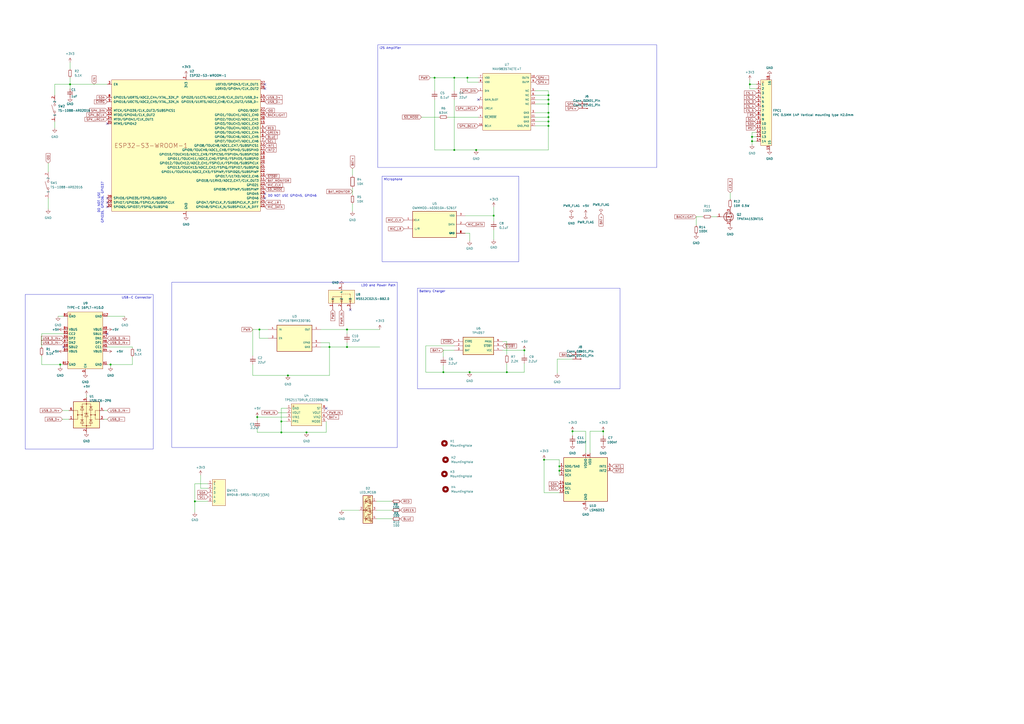
<source format=kicad_sch>
(kicad_sch (version 20250114) (generator "eeschema") (generator_version "9.0")
  (paper "A2")
  (text "DO NOT USE GPIO45, GPIO46" (at 169.545 113.665 0) (effects (font (size 1.27 1.27))))
  (text "DO NOT USE\nGPIO35, GPIO36, GPIO37" (at 58.42 117.475 90) (effects (font (size 1.27 1.27))))
  (text_box "Microphone" (at 221.615 102.235 0) (size 79.375 49.53) (margins 0.9525 0.9525 0.9525 0.9525) (effects (font (size 1.27 1.27)) (justify left top)))
  (text_box "LDO and Power Path" (at 99.695 163.703 0) (size 130.81 95.885) (margins 0.9525 0.9525 0.9525 0.9525) (effects (font (size 1.27 1.27)) (justify right top)))
  (text_box "USB-C Connector" (at 14.605 170.815 0) (size 74.295 89.662) (margins 0.9525 0.9525 0.9525 0.9525) (effects (font (size 1.27 1.27)) (justify right top)))
  (text_box "Battery Charger" (at 242.189 167.132 0) (size 117.475 58.42) (margins 0.9525 0.9525 0.9525 0.9525) (effects (font (size 1.27 1.27)) (justify left top)))
  (text_box "I2S Amplifier" (at 219.075 26.035 0) (size 161.925 71.12) (margins 0.9525 0.9525 0.9525 0.9525) (effects (font (size 1.27 1.27)) (justify left top)))
  (junction (at 318.135 65.405))
  (junction (at 150.495 191.135))
  (junction (at 324.485 270.51))
  (junction (at 318.135 67.945))
  (junction (at 40.64 48.895))
  (junction (at 252.095 45.085))
  (junction (at 324.485 273.05))
  (junction (at 34.925 211.455))
  (junction (at 263.525 86.995))
  (junction (at 64.135 211.455))
  (junction (at 263.525 45.085))
  (junction (at 257.175 215.9))
  (junction (at 177.8 250.825))
  (junction (at 163.195 250.825))
  (junction (at 332.105 250.19))
  (junction (at 276.225 86.995))
  (junction (at 304.165 203.2))
  (junction (at 271.145 45.085))
  (junction (at 201.295 201.295))
  (junction (at 272.415 215.9))
  (junction (at 318.135 70.485))
  (junction (at 149.225 241.935))
  (junction (at 113.03 290.83))
  (junction (at 318.135 55.245))
  (junction (at 294.005 215.9))
  (junction (at 315.595 266.7))
  (junction (at 436.245 81.915))
  (junction (at 318.135 57.785))
  (junction (at 163.195 244.475))
  (junction (at 167.005 217.805))
  (junction (at 191.135 201.295))
  (junction (at 201.295 191.135))
  (junction (at 349.885 250.19))
  (junction (at 318.135 73.025))
  (junction (at 318.135 60.325))
  (junction (at 436.245 79.375))
  (junction (at 286.385 125.095))
  (junction (at 434.975 48.895))
  (no_connect (at 153.67 51.435))
  (no_connect (at 189.23 236.855))
  (no_connect (at 153.67 112.395))
  (no_connect (at 62.23 117.475))
  (no_connect (at 62.23 120.015))
  (no_connect (at 62.23 114.935))
  (no_connect (at 277.495 57.785))
  (no_connect (at 153.67 48.895))
  (no_connect (at 203.2 179.705))
  (no_connect (at 153.67 114.935))
  (no_connect (at 62.23 193.675))
  (no_connect (at 62.23 71.755))
  (no_connect (at 36.83 201.295))
  (wire (pts (xy 315.595 266.7) (xy 315.595 285.75)))
  (wire (pts (xy 434.975 48.895) (xy 438.785 48.895)))
  (wire (pts (xy 291.465 198.12) (xy 294.005 198.12)))
  (wire (pts (xy 247.015 215.9) (xy 257.175 215.9)))
  (wire (pts (xy 272.415 135.255) (xy 272.415 139.7)))
  (wire (pts (xy 310.515 70.485) (xy 318.135 70.485)))
  (wire (pts (xy 434.975 48.895) (xy 434.975 51.435)))
  (wire (pts (xy 113.03 280.67) (xy 120.65 280.67)))
  (wire (pts (xy 271.145 45.085) (xy 263.525 45.085)))
  (wire (pts (xy 204.47 97.79) (xy 204.47 101.6)))
  (wire (pts (xy 436.245 79.375) (xy 436.245 81.915)))
  (wire (pts (xy 24.13 206.375) (xy 24.13 211.455)))
  (wire (pts (xy 412.75 125.73) (xy 415.925 125.73)))
  (wire (pts (xy 150.495 196.215) (xy 150.495 191.135)))
  (wire (pts (xy 31.75 70.485) (xy 31.75 74.295)))
  (wire (pts (xy 310.515 57.785) (xy 318.135 57.785)))
  (wire (pts (xy 24.13 211.455) (xy 34.925 211.455)))
  (wire (pts (xy 149.225 250.825) (xy 163.195 250.825)))
  (wire (pts (xy 163.195 250.825) (xy 177.8 250.825)))
  (wire (pts (xy 315.595 266.7) (xy 324.485 266.7)))
  (wire (pts (xy 186.055 191.135) (xy 201.295 191.135)))
  (wire (pts (xy 40.64 36.195) (xy 40.64 40.005)))
  (wire (pts (xy 201.295 201.295) (xy 220.345 201.295)))
  (wire (pts (xy 113.03 290.83) (xy 113.03 297.18)))
  (wire (pts (xy 434.975 51.435) (xy 438.785 51.435)))
  (wire (pts (xy 218.44 290.83) (xy 227.33 290.83)))
  (wire (pts (xy 149.225 248.92) (xy 149.225 250.825)))
  (wire (pts (xy 436.245 81.915) (xy 438.785 81.915)))
  (wire (pts (xy 34.925 211.455) (xy 36.83 211.455)))
  (wire (pts (xy 34.925 211.455) (xy 34.925 212.725)))
  (wire (pts (xy 189.23 244.475) (xy 189.23 250.825)))
  (wire (pts (xy 252.095 45.085) (xy 249.555 45.085)))
  (wire (pts (xy 27.94 114.935) (xy 27.94 121.285)))
  (wire (pts (xy 310.515 55.245) (xy 318.135 55.245)))
  (wire (pts (xy 163.195 244.475) (xy 166.37 244.475)))
  (wire (pts (xy 40.64 45.085) (xy 40.64 48.895)))
  (wire (pts (xy 40.64 48.895) (xy 62.23 48.895)))
  (wire (pts (xy 24.13 193.675) (xy 36.83 193.675)))
  (wire (pts (xy 324.485 270.51) (xy 324.485 273.05)))
  (wire (pts (xy 436.245 76.835) (xy 438.785 76.835)))
  (wire (pts (xy 33.655 183.515) (xy 36.83 183.515)))
  (wire (pts (xy 318.135 55.245) (xy 318.135 57.785)))
  (wire (pts (xy 342.265 250.19) (xy 349.885 250.19)))
  (wire (pts (xy 332.105 250.19) (xy 332.105 252.73)))
  (wire (pts (xy 208.28 295.91) (xy 198.12 295.91)))
  (wire (pts (xy 324.485 273.05) (xy 324.485 275.59)))
  (wire (pts (xy 150.495 191.135) (xy 155.575 191.135)))
  (wire (pts (xy 204.47 109.22) (xy 204.47 113.03)))
  (wire (pts (xy 244.475 67.945) (xy 254.635 67.945)))
  (wire (pts (xy 64.135 211.455) (xy 64.135 212.725)))
  (wire (pts (xy 31.75 48.895) (xy 31.75 55.245)))
  (wire (pts (xy 163.195 236.855) (xy 166.37 236.855)))
  (wire (pts (xy 257.175 215.9) (xy 272.415 215.9)))
  (wire (pts (xy 163.195 236.855) (xy 163.195 244.475)))
  (wire (pts (xy 252.095 45.085) (xy 252.095 52.705)))
  (wire (pts (xy 201.295 198.755) (xy 201.295 201.295)))
  (wire (pts (xy 323.215 208.28) (xy 323.215 216.535)))
  (wire (pts (xy 201.295 191.135) (xy 220.345 191.135)))
  (wire (pts (xy 60.325 243.205) (xy 62.23 243.205)))
  (wire (pts (xy 186.055 198.755) (xy 191.135 198.755)))
  (wire (pts (xy 76.835 201.295) (xy 76.835 201.93)))
  (wire (pts (xy 149.225 241.935) (xy 166.37 241.935)))
  (wire (pts (xy 252.095 86.995) (xy 263.525 86.995)))
  (wire (pts (xy 318.135 73.025) (xy 318.135 86.995)))
  (wire (pts (xy 318.135 57.785) (xy 318.135 60.325)))
  (wire (pts (xy 27.94 94.615) (xy 27.94 99.695)))
  (wire (pts (xy 155.575 196.215) (xy 150.495 196.215)))
  (wire (pts (xy 62.23 183.515) (xy 72.39 183.515)))
  (wire (pts (xy 310.515 60.325) (xy 318.135 60.325)))
  (wire (pts (xy 247.015 200.66) (xy 247.015 215.9)))
  (wire (pts (xy 36.195 243.205) (xy 40.005 243.205)))
  (wire (pts (xy 146.685 191.135) (xy 150.495 191.135)))
  (wire (pts (xy 263.525 86.995) (xy 276.225 86.995)))
  (wire (pts (xy 64.135 211.455) (xy 76.835 211.455)))
  (wire (pts (xy 204.47 118.11) (xy 204.47 122.555)))
  (wire (pts (xy 149.225 241.935) (xy 149.225 243.84)))
  (wire (pts (xy 146.685 191.135) (xy 146.685 206.375)))
  (wire (pts (xy 257.175 212.09) (xy 257.175 215.9)))
  (wire (pts (xy 294.005 210.82) (xy 294.005 215.9)))
  (wire (pts (xy 286.385 125.095) (xy 286.385 128.27)))
  (wire (pts (xy 146.685 217.805) (xy 167.005 217.805)))
  (wire (pts (xy 24.13 193.675) (xy 24.13 201.295)))
  (wire (pts (xy 318.135 60.325) (xy 318.135 65.405)))
  (wire (pts (xy 277.495 47.625) (xy 271.145 47.625)))
  (wire (pts (xy 116.332 275.59) (xy 116.332 283.21)))
  (wire (pts (xy 318.135 52.705) (xy 318.135 55.245)))
  (wire (pts (xy 310.515 65.405) (xy 318.135 65.405)))
  (wire (pts (xy 294.005 215.9) (xy 304.165 215.9)))
  (wire (pts (xy 76.835 207.01) (xy 76.835 211.455)))
  (wire (pts (xy 324.485 266.7) (xy 324.485 270.51)))
  (wire (pts (xy 113.03 290.83) (xy 120.65 290.83)))
  (wire (pts (xy 294.005 198.12) (xy 294.005 205.74)))
  (wire (pts (xy 218.44 300.99) (xy 227.33 300.99)))
  (wire (pts (xy 271.145 47.625) (xy 271.145 45.085)))
  (wire (pts (xy 291.465 203.2) (xy 304.165 203.2)))
  (wire (pts (xy 269.875 135.255) (xy 272.415 135.255)))
  (wire (pts (xy 263.525 45.085) (xy 263.525 52.705)))
  (wire (pts (xy 436.245 76.835) (xy 436.245 79.375)))
  (wire (pts (xy 269.875 125.095) (xy 286.385 125.095)))
  (wire (pts (xy 161.29 239.395) (xy 166.37 239.395)))
  (wire (pts (xy 263.525 57.785) (xy 263.525 86.995)))
  (wire (pts (xy 434.975 46.355) (xy 434.975 48.895)))
  (wire (pts (xy 310.515 73.025) (xy 318.135 73.025)))
  (wire (pts (xy 339.725 250.19) (xy 339.725 262.89)))
  (wire (pts (xy 272.415 215.9) (xy 294.005 215.9)))
  (wire (pts (xy 315.595 285.75) (xy 324.485 285.75)))
  (wire (pts (xy 323.215 208.28) (xy 332.105 208.28)))
  (wire (pts (xy 227.33 295.91) (xy 218.44 295.91)))
  (wire (pts (xy 146.685 211.455) (xy 146.685 217.805)))
  (wire (pts (xy 252.095 45.085) (xy 263.525 45.085)))
  (wire (pts (xy 163.195 244.475) (xy 163.195 250.825)))
  (wire (pts (xy 304.165 203.2) (xy 304.165 205.74)))
  (wire (pts (xy 60.325 238.125) (xy 62.23 238.125)))
  (wire (pts (xy 318.135 70.485) (xy 318.135 73.025)))
  (wire (pts (xy 201.295 191.135) (xy 201.295 193.675)))
  (wire (pts (xy 247.015 200.66) (xy 263.525 200.66)))
  (wire (pts (xy 318.135 65.405) (xy 318.135 67.945)))
  (wire (pts (xy 436.245 79.375) (xy 438.785 79.375)))
  (wire (pts (xy 318.135 67.945) (xy 318.135 70.485)))
  (wire (pts (xy 286.385 120.015) (xy 286.385 125.095)))
  (wire (pts (xy 286.385 133.35) (xy 286.385 139.065)))
  (wire (pts (xy 403.86 125.73) (xy 403.86 130.81)))
  (wire (pts (xy 50.165 229.235) (xy 50.165 230.505)))
  (wire (pts (xy 113.03 280.67) (xy 113.03 290.83)))
  (wire (pts (xy 310.515 52.705) (xy 318.135 52.705)))
  (wire (pts (xy 116.332 283.21) (xy 120.65 283.21)))
  (wire (pts (xy 191.135 217.805) (xy 167.005 217.805)))
  (wire (pts (xy 62.23 201.295) (xy 76.835 201.295)))
  (wire (pts (xy 349.885 250.19) (xy 349.885 252.73)))
  (wire (pts (xy 31.75 48.895) (xy 40.64 48.895)))
  (wire (pts (xy 191.135 198.755) (xy 191.135 201.295)))
  (wire (pts (xy 257.175 203.2) (xy 257.175 207.01)))
  (wire (pts (xy 304.165 215.9) (xy 304.165 210.82)))
  (wire (pts (xy 318.135 86.995) (xy 276.225 86.995)))
  (wire (pts (xy 40.64 48.895) (xy 40.64 51.435)))
  (wire (pts (xy 436.245 81.915) (xy 436.245 83.82)))
  (wire (pts (xy 201.295 201.295) (xy 191.135 201.295)))
  (wire (pts (xy 191.135 201.295) (xy 191.135 217.805)))
  (wire (pts (xy 177.8 250.825) (xy 189.23 250.825)))
  (wire (pts (xy 259.715 67.945) (xy 277.495 67.945)))
  (wire (pts (xy 36.195 238.125) (xy 40.005 238.125)))
  (wire (pts (xy 310.515 67.945) (xy 318.135 67.945)))
  (wire (pts (xy 423.545 111.76) (xy 423.545 115.57)))
  (wire (pts (xy 252.095 57.785) (xy 252.095 86.995)))
  (wire (pts (xy 403.86 125.73) (xy 407.67 125.73)))
  (wire (pts (xy 277.495 45.085) (xy 271.145 45.085)))
  (wire (pts (xy 191.135 201.295) (xy 186.055 201.295)))
  (wire (pts (xy 332.105 250.19) (xy 339.725 250.19)))
  (wire (pts (xy 62.23 211.455) (xy 64.135 211.455)))
  (wire (pts (xy 342.265 250.19) (xy 342.265 262.89)))
  (wire (pts (xy 263.525 203.2) (xy 257.175 203.2)))
  (global_label "SCL" (shape input) (at 324.485 283.21 180) (property "Intersheetrefs" "${INTERSHEET_REFS}" (effects (hide yes))))
  (global_label "CS_3" (shape input) (at 438.785 59.055 180) (property "Intersheetrefs" "${INTERSHEET_REFS}" (effects (hide yes))))
  (global_label "MIC_CLK" (shape input) (at 153.67 107.315 0) (property "Intersheetrefs" "${INTERSHEET_REFS}" (effects (hide yes))))
  (global_label "~{STDBY}" (shape input) (at 291.465 200.66 0) (property "Intersheetrefs" "${INTERSHEET_REFS}" (effects (hide yes))))
  (global_label "~{SD_MODE}" (shape input) (at 153.67 109.855 0) (property "Intersheetrefs" "${INTERSHEET_REFS}" (effects (hide yes))))
  (global_label "SDA" (shape input) (at 438.785 71.755 180) (property "Intersheetrefs" "${INTERSHEET_REFS}" (effects (hide yes))))
  (global_label "BLUE" (shape input) (at 232.41 300.99 0) (property "Intersheetrefs" "${INTERSHEET_REFS}" (effects (hide yes))))
  (global_label "RS" (shape input) (at 438.785 66.675 180) (property "Intersheetrefs" "${INTERSHEET_REFS}" (effects (hide yes))))
  (global_label "BAT_MONITOR" (shape input) (at 153.67 104.775 0) (property "Intersheetrefs" "${INTERSHEET_REFS}" (effects (hide yes))))
  (global_label "MIC_CLK" (shape input) (at 234.315 127.635 180) (property "Intersheetrefs" "${INTERSHEET_REFS}" (effects (hide yes))))
  (global_label "USB_D+" (shape input) (at 153.67 56.515 0) (property "Intersheetrefs" "${INTERSHEET_REFS}" (effects (hide yes))))
  (global_label "SDA" (shape input) (at 62.23 56.515 180) (property "Intersheetrefs" "${INTERSHEET_REFS}" (effects (hide yes))))
  (global_label "EN" (shape input) (at 54.61 48.895 90) (property "Intersheetrefs" "${INTERSHEET_REFS}" (effects (hide yes))))
  (global_label "SPK-" (shape input) (at 335.915 60.325 180) (property "Intersheetrefs" "${INTERSHEET_REFS}" (effects (hide yes))))
  (global_label "INT2" (shape input) (at 153.67 86.995 0) (property "Intersheetrefs" "${INTERSHEET_REFS}" (effects (hide yes))))
  (global_label "BAT+" (shape input) (at 204.47 97.79 90) (property "Intersheetrefs" "${INTERSHEET_REFS}" (effects (hide yes))))
  (global_label "PWR_IN" (shape input) (at 161.29 239.395 180) (property "Intersheetrefs" "${INTERSHEET_REFS}" (effects (hide yes))))
  (global_label "PWR" (shape input) (at 193.04 179.705 270) (property "Intersheetrefs" "${INTERSHEET_REFS}" (effects (hide yes))))
  (global_label "BAT+" (shape input) (at 257.175 203.2 180) (property "Intersheetrefs" "${INTERSHEET_REFS}" (effects (hide yes))))
  (global_label "BLUE" (shape input) (at 153.67 79.375 0) (property "Intersheetrefs" "${INTERSHEET_REFS}" (effects (hide yes))))
  (global_label "USB_D_IN-" (shape input) (at 62.23 196.215 0) (property "Intersheetrefs" "${INTERSHEET_REFS}" (effects (hide yes))))
  (global_label "SPK_DIN" (shape input) (at 62.23 64.135 180) (property "Intersheetrefs" "${INTERSHEET_REFS}" (effects (hide yes))))
  (global_label "PWR_IN" (shape input) (at 198.12 179.705 270) (property "Intersheetrefs" "${INTERSHEET_REFS}" (effects (hide yes))))
  (global_label "MIC_DATA" (shape input) (at 269.875 130.175 0) (property "Intersheetrefs" "${INTERSHEET_REFS}" (effects (hide yes))))
  (global_label "MIC_DATA" (shape input) (at 153.67 120.015 0) (property "Intersheetrefs" "${INTERSHEET_REFS}" (effects (hide yes))))
  (global_label "BAT+" (shape input) (at 332.105 205.74 180) (property "Intersheetrefs" "${INTERSHEET_REFS}" (effects (hide yes))))
  (global_label "SPK-" (shape input) (at 310.515 45.085 0) (property "Intersheetrefs" "${INTERSHEET_REFS}" (effects (hide yes))))
  (global_label "CS_2" (shape input) (at 438.785 56.515 180) (property "Intersheetrefs" "${INTERSHEET_REFS}" (effects (hide yes))))
  (global_label "CS_4" (shape input) (at 438.785 61.595 180) (property "Intersheetrefs" "${INTERSHEET_REFS}" (effects (hide yes))))
  (global_label "RST" (shape input) (at 438.785 74.295 180) (property "Intersheetrefs" "${INTERSHEET_REFS}" (effects (hide yes))))
  (global_label "USB_D-" (shape input) (at 62.23 243.205 0) (property "Intersheetrefs" "${INTERSHEET_REFS}" (effects (hide yes))))
  (global_label "RED" (shape input) (at 232.41 290.83 0) (property "Intersheetrefs" "${INTERSHEET_REFS}" (effects (hide yes))))
  (global_label "USB_D_IN+" (shape input) (at 62.23 198.755 0) (property "Intersheetrefs" "${INTERSHEET_REFS}" (effects (hide yes))))
  (global_label "SCL" (shape input) (at 120.65 288.29 180) (property "Intersheetrefs" "${INTERSHEET_REFS}" (effects (hide yes))))
  (global_label "USB_D+" (shape input) (at 36.195 243.205 180) (property "Intersheetrefs" "${INTERSHEET_REFS}" (effects (hide yes))))
  (global_label "SCL" (shape input) (at 153.67 81.915 0) (property "Intersheetrefs" "${INTERSHEET_REFS}" (effects (hide yes))))
  (global_label "MIC_LR" (shape input) (at 234.315 132.715 180) (property "Intersheetrefs" "${INTERSHEET_REFS}" (effects (hide yes))))
  (global_label "USB_D_IN+" (shape input) (at 36.83 196.215 180) (property "Intersheetrefs" "${INTERSHEET_REFS}" (effects (hide yes))))
  (global_label "CS_1" (shape input) (at 438.785 53.975 180) (property "Intersheetrefs" "${INTERSHEET_REFS}" (effects (hide yes))))
  (global_label "PWR" (shape input) (at 249.555 45.085 180) (property "Intersheetrefs" "${INTERSHEET_REFS}" (effects (hide yes))))
  (global_label "~{SD_MODE}" (shape input) (at 244.475 67.945 180) (property "Intersheetrefs" "${INTERSHEET_REFS}" (effects (hide yes))))
  (global_label "SCL" (shape input) (at 438.785 69.215 180) (property "Intersheetrefs" "${INTERSHEET_REFS}" (effects (hide yes))))
  (global_label "BAT_MONITOR" (shape input) (at 204.47 111.125 180) (property "Intersheetrefs" "${INTERSHEET_REFS}" (effects (hide yes))))
  (global_label "RED" (shape input) (at 153.67 74.295 0) (property "Intersheetrefs" "${INTERSHEET_REFS}" (effects (hide yes))))
  (global_label "LED_K" (shape input) (at 423.545 111.76 90) (property "Intersheetrefs" "${INTERSHEET_REFS}" (effects (hide yes))))
  (global_label "GREEN" (shape input) (at 153.67 76.835 0) (property "Intersheetrefs" "${INTERSHEET_REFS}" (effects (hide yes))))
  (global_label "BACKLIGHT" (shape input) (at 403.86 125.73 180) (property "Intersheetrefs" "${INTERSHEET_REFS}" (effects (hide yes))))
  (global_label "SPK_LRCLK" (shape input) (at 62.23 69.215 180) (property "Intersheetrefs" "${INTERSHEET_REFS}" (effects (hide yes))))
  (global_label "BAT+" (shape input) (at 348.615 123.825 270) (property "Intersheetrefs" "${INTERSHEET_REFS}" (effects (hide yes))))
  (global_label "SPK_LRCLK" (shape input) (at 277.495 62.865 180) (property "Intersheetrefs" "${INTERSHEET_REFS}" (effects (hide yes))))
  (global_label "BACKLIGHT" (shape input) (at 153.67 66.675 0) (property "Intersheetrefs" "${INTERSHEET_REFS}" (effects (hide yes))))
  (global_label "INT2" (shape input) (at 354.965 273.05 0) (property "Intersheetrefs" "${INTERSHEET_REFS}" (effects (hide yes))))
  (global_label "SDA" (shape input) (at 120.65 285.75 180) (property "Intersheetrefs" "${INTERSHEET_REFS}" (effects (hide yes))))
  (global_label "SPK+" (shape input) (at 335.915 62.865 180) (property "Intersheetrefs" "${INTERSHEET_REFS}" (effects (hide yes))))
  (global_label "SPK_BCLK" (shape input) (at 277.495 73.025 180) (property "Intersheetrefs" "${INTERSHEET_REFS}" (effects (hide yes))))
  (global_label "INT1" (shape input) (at 153.67 84.455 0) (property "Intersheetrefs" "${INTERSHEET_REFS}" (effects (hide yes))))
  (global_label "SPK_BCLK" (shape input) (at 62.23 66.675 180) (property "Intersheetrefs" "${INTERSHEET_REFS}" (effects (hide yes))))
  (global_label "USB_D_IN+" (shape input) (at 36.195 238.125 180) (property "Intersheetrefs" "${INTERSHEET_REFS}" (effects (hide yes))))
  (global_label "MIC_LR" (shape input) (at 153.67 117.475 0) (property "Intersheetrefs" "${INTERSHEET_REFS}" (effects (hide yes))))
  (global_label "USB_D-" (shape input) (at 153.67 59.055 0) (property "Intersheetrefs" "${INTERSHEET_REFS}" (effects (hide yes))))
  (global_label "~{STDBY}" (shape input) (at 153.67 102.235 0) (property "Intersheetrefs" "${INTERSHEET_REFS}" (effects (hide yes))))
  (global_label "SPK+" (shape input) (at 310.515 47.625 0) (property "Intersheetrefs" "${INTERSHEET_REFS}" (effects (hide yes))))
  (global_label "SDA" (shape input) (at 324.485 280.67 180) (property "Intersheetrefs" "${INTERSHEET_REFS}" (effects (hide yes))))
  (global_label "PWR_IN" (shape input) (at 189.23 239.395 0) (property "Intersheetrefs" "${INTERSHEET_REFS}" (effects (hide yes))))
  (global_label "IO0" (shape input) (at 153.67 64.135 0) (property "Intersheetrefs" "${INTERSHEET_REFS}" (effects (hide yes))))
  (global_label "GREEN" (shape input) (at 232.41 295.91 0) (property "Intersheetrefs" "${INTERSHEET_REFS}" (effects (hide yes))))
  (global_label "USB_D_IN-" (shape input) (at 62.23 238.125 0) (property "Intersheetrefs" "${INTERSHEET_REFS}" (effects (hide yes))))
  (global_label "PWR" (shape input) (at 146.685 191.135 180) (property "Intersheetrefs" "${INTERSHEET_REFS}" (effects (hide yes))))
  (global_label "IO0" (shape input) (at 27.94 94.615 90) (property "Intersheetrefs" "${INTERSHEET_REFS}" (effects (hide yes))))
  (global_label "~{CHRG}" (shape input) (at 263.525 198.12 180) (property "Intersheetrefs" "${INTERSHEET_REFS}" (effects (hide yes))))
  (global_label "CS_5" (shape input) (at 438.785 64.135 180) (property "Intersheetrefs" "${INTERSHEET_REFS}" (effects (hide yes))))
  (global_label "SPK_DIN" (shape input) (at 277.495 52.705 180) (property "Intersheetrefs" "${INTERSHEET_REFS}" (effects (hide yes))))
  (global_label "BAT+" (shape input) (at 189.23 241.935 0) (property "Intersheetrefs" "${INTERSHEET_REFS}" (effects (hide yes))))
  (global_label "USB_D_IN-" (shape input) (at 36.83 198.755 180) (property "Intersheetrefs" "${INTERSHEET_REFS}" (effects (hide yes))))
  (global_label "~{CHRG}" (shape input) (at 62.23 59.055 180) (property "Intersheetrefs" "${INTERSHEET_REFS}" (effects (hide yes))))
  (global_label "INT1" (shape input) (at 354.965 270.51 0) (property "Intersheetrefs" "${INTERSHEET_REFS}" (effects (hide yes))))
  (symbol (lib_id "Device:R_Small") (at 423.545 118.11 0) (unit 1)
    (property "Reference" "R12" (at 425.45 116.84 0) (effects (justify left)))
    (property "Value" "10R 0.5W" (at 425.45 119.38 0) (effects (justify left)))
    (property "Footprint" "Resistor_SMD:R_0603_1608Metric" (effects (hide yes)))
    (property "Description" "Resistor, small symbol" (effects (hide yes)))
  )
  (symbol (lib_id "Device:C_Small") (at 201.295 196.215 0) (unit 1)
    (property "Reference" "C10" (at 204.089 194.9512 0) (effects (justify left)))
    (property "Value" "22uF" (at 204.089 197.4912 0) (effects (justify left)))
    (property "Footprint" "Capacitor_SMD:C_0402_1005Metric" (effects (hide yes)))
    (property "Description" "Unpolarized capacitor, small symbol" (effects (hide yes)))
  )
  (symbol (lib_id "power:+3V3") (at 315.595 266.7 0) (unit 1)
    (property "Reference" "#PWR044" (effects (hide yes)))
    (property "Value" "+3V3" (at 315.595 261.62 0))
    (property "Description" "Power symbol creates a global label with name \"+3V3\"" (effects (hide yes)))
  )
  (symbol (lib_id "Device:C_Small") (at 149.225 246.38 0) (unit 1)
    (property "Reference" "C3" (at 144.907 246.126 0) (effects (justify left)))
    (property "Value" "2.2uF" (at 145.161 248.158 0) (effects (justify left)))
    (property "Footprint" "Capacitor_SMD:C_0402_1005Metric" (effects (hide yes)))
    (property "Description" "Unpolarized capacitor, small symbol" (effects (hide yes)))
    (property "Mfg Part #" "test" (effects (hide yes)))
  )
  (symbol (lib_id "TP4057:TP4057") (at 276.225 200.66 0) (unit 1)
    (property "Reference" "U6" (at 277.495 190.5 0))
    (property "Value" "TP4057" (at 277.495 193.04 0))
    (property "Footprint" "Package_TO_SOT_SMD:SOT-23-6" (effects (hide yes)))
    (property "MF" "TOPPOWER" (effects (hide yes)))
    (property "MP" "TP4057-42-SOT26-R" (effects (hide yes)))
  )
  (symbol (lib_id "power:GND") (at 27.94 121.285 0) (unit 1)
    (property "Reference" "#PWR05" (effects (hide yes)))
    (property "Value" "GND" (at 27.94 126.365 0))
  )
  (symbol (lib_id "Connector:Conn_01x01_Pin") (at 340.995 62.865 180) (unit 1)
    (property "Reference" "J7" (at 340.36 58.42 0))
    (property "Value" "Conn_01x01_Pin" (at 340.36 60.96 0))
    (property "Footprint" "Connector_Wire:SolderWirePad_1x01_SMD_1x2mm" (effects (hide yes)))
    (property "Description" "Generic connector, single row, 01x01, script generated" (effects (hide yes)))
  )
  (symbol (lib_id "easyeda2kicad:TS-1088-AR02016") (at 27.94 107.315 90) (unit 1)
    (property "Reference" "SW1" (at 29.21 106.0449 90) (effects (justify right)))
    (property "Value" "TS-1088-AR02016" (at 29.21 108.5849 90) (effects (justify right)))
    (property "Footprint" "easyeda2kicad:SW-SMD_L3.9-W3.0-P4.45" (effects (hide yes)))
    (property "Datasheet" "https://lcsc.com/product-detail/Tactile-Switches_XUNPU-TS-1088-AR02016_C720477.html" (effects (hide yes)))
    (property "LCSC Part" "C720477" (effects (hide yes)))
  )
  (symbol (lib_id "power:+3V3") (at 286.385 120.015 0) (unit 1)
    (property "Reference" "#PWR025" (effects (hide yes)))
    (property "Value" "+3V3" (at 286.385 115.57 0))
  )
  (symbol (lib_id "OWMMOD-403010A-S261F:OWMMOD-403010A-S261F") (at 252.095 130.175 0) (unit 1)
    (property "Reference" "U5" (at 252.095 118.11 0))
    (property "Value" "OWMMOD-403010A-S261F" (at 252.095 120.65 0))
    (property "Footprint" "OWMMOD_403010A_S261F:MIC_OWMMOD-403010A-S261F" (effects (hide yes)))
    (property "Description" "\n100 Hz ~ 10 kHz Digital Microphone MEMS (Silicon) 1.64 V ~ 3.6 V Omnidirectional (-26dB ±1dB @ 94dB SPL) Solder Pads\n" (effects (hide yes)))
    (property "DigiKey_Part_Number" "3949-OWMMOD-403010A-S261F-ND" (effects (hide yes)))
    (property "MF" "Ole Wolff Electronics Inc" (effects (hide yes)))
    (property "MAXIMUM_PACKAGE_HEIGHT" "1.10mm" (effects (hide yes)))
    (property "Package" "None" (effects (hide yes)))
    (property "Check_prices" "https://www.snapeda.com/parts/OWMMOD-403010A-S261F/B+%2526+B+Electronics/view-part/?ref=eda" (effects (hide yes)))
    (property "STANDARD" "Manufacturer Recommendations" (effects (hide yes)))
    (property "PARTREV" "00" (effects (hide yes)))
    (property "SnapEDA_Link" "https://www.snapeda.com/parts/OWMMOD-403010A-S261F/B+%2526+B+Electronics/view-part/?ref=snap" (effects (hide yes)))
    (property "MP" "OWMMOD-403010A-S261F" (effects (hide yes)))
    (property "Purchase-URL" "https://www.snapeda.com/api/url_track_click_mouser/?unipart_id=15593707&manufacturer=Ole Wolff Electronics Inc&part_name=OWMMOD-403010A-S261F&search_term=None" (effects (hide yes)))
    (property "MANUFACTURER" "Ole Wolff Electronics Inc" (effects (hide yes)))
  )
  (symbol (lib_id "Connector:Conn_01x01_Pin") (at 337.185 205.74 180) (unit 1)
    (property "Reference" "J8" (at 336.55 201.295 0))
    (property "Value" "Conn_01x01_Pin" (at 336.55 203.835 0))
    (property "Footprint" "Connector_Wire:SolderWirePad_1x01_SMD_1x2mm" (effects (hide yes)))
    (property "Description" "Generic connector, single row, 01x01, script generated" (effects (hide yes)))
  )
  (symbol (lib_id "easyeda2kicad:FPC0.5MM14PVerticalmountingtypeH2.0mm") (at 442.595 65.405 0) (unit 1)
    (property "Reference" "FPC1" (at 448.31 64.1349 0) (effects (justify left)))
    (property "Value" "FPC 0.5MM 14P Vertical mounting type H2.0mm" (at 448.31 66.6749 0) (effects (justify left)))
    (property "Footprint" "easyeda2kicad:FPC-SMD_14P-P1.00-AFC11-S14ICC-00" (effects (hide yes)))
    (property "Datasheet" "https://lcsc.com/product-detail/FPC-Connectors_FPC-0-5mmpitch-14P-H2-0mm-Stand-up-style_C11070.html" (effects (hide yes)))
    (property "LCSC Part" "C11070" (effects (hide yes)))
  )
  (symbol (lib_id "Device:C_Small") (at 263.525 55.245 0) (unit 1)
    (property "Reference" "C4" (at 266.319 53.9812 0) (effects (justify left)))
    (property "Value" "22uF" (at 266.319 56.5212 0) (effects (justify left)))
    (property "Footprint" "Capacitor_SMD:C_0402_1005Metric" (effects (hide yes)))
    (property "Description" "Unpolarized capacitor, small symbol" (effects (hide yes)))
  )
  (symbol (lib_id "power:+3V3") (at 434.975 46.355 0) (unit 1)
    (property "Reference" "#PWR047" (effects (hide yes)))
    (property "Value" "+3V3" (at 434.975 41.91 0))
  )
  (symbol (lib_id "power:GND") (at 349.885 257.81 0) (unit 1)
    (property "Reference" "#PWR012" (effects (hide yes)))
    (property "Value" "GND" (at 349.885 262.89 0))
    (property "Description" "Power symbol creates a global label with name \"GND\" , ground" (effects (hide yes)))
  )
  (symbol (lib_id "Device:R") (at 204.47 105.41 180) (unit 1)
    (property "Reference" "R4" (at 207.01 104.14 0) (effects (justify right)))
    (property "Value" "10K" (at 207.01 106.68 0) (effects (justify right)))
    (property "Footprint" "Resistor_SMD:R_0402_1005Metric" (effects (hide yes)))
  )
  (symbol (lib_id "power:+3V3") (at 116.332 275.59 0) (unit 1)
    (property "Reference" "#PWR038" (effects (hide yes)))
    (property "Value" "+3V3" (at 116.332 271.145 0))
  )
  (symbol (lib_id "Device:R_Small") (at 229.87 295.91 90) (unit 1)
    (property "Reference" "R9" (at 229.8108 297.6383 90))
    (property "Value" "100" (at 229.87 299.085 90))
    (property "Footprint" "Resistor_SMD:R_0402_1005Metric" (effects (hide yes)))
    (property "Description" "Resistor, small symbol" (effects (hide yes)))
  )
  (symbol (lib_id "power:GND") (at 49.53 216.535 0) (unit 1)
    (property "Reference" "#PWR046" (effects (hide yes)))
    (property "Value" "GND" (at 49.53 221.615 0))
    (property "Description" "Power symbol creates a global label with name \"GND\" , ground" (effects (hide yes)))
  )
  (symbol (lib_id "power:GND") (at 331.47 124.46 0) (unit 1)
    (property "Reference" "#PWR029" (effects (hide yes)))
    (property "Value" "GND" (at 331.47 129.54 0))
  )
  (symbol (lib_id "power:GND") (at 72.39 183.515 0) (unit 1)
    (property "Reference" "#PWR03" (effects (hide yes)))
    (property "Value" "GND" (at 72.39 188.595 0))
    (property "Description" "Power symbol creates a global label with name \"GND\" , ground" (effects (hide yes)))
  )
  (symbol (lib_id "power:+5V") (at 339.725 124.46 0) (unit 1)
    (property "Reference" "#PWR030" (effects (hide yes)))
    (property "Value" "+5V" (at 339.725 119.38 0))
  )
  (symbol (lib_id "power:GND") (at 50.165 250.825 0) (unit 1)
    (property "Reference" "#PWR010" (effects (hide yes)))
    (property "Value" "GND" (at 50.165 255.905 0))
  )
  (symbol (lib_id "Device:C_Small") (at 349.885 255.27 0) (unit 1)
    (property "Reference" "C7" (at 352.679 254 0) (effects (justify left)))
    (property "Value" "100nf" (at 352.171 256.54 0) (effects (justify left)))
    (property "Footprint" "Capacitor_SMD:C_0402_1005Metric" (effects (hide yes)))
    (property "Description" "Unpolarized capacitor, small symbol" (effects (hide yes)))
  )
  (symbol (lib_id "Device:R_Small") (at 40.64 42.545 0) (unit 1)
    (property "Reference" "R2" (at 43.18 41.275 0) (effects (justify left)))
    (property "Value" "5.1K" (at 43.18 43.815 0) (effects (justify left)))
    (property "Footprint" "Resistor_SMD:R_0402_1005Metric" (effects (hide yes)))
  )
  (symbol (lib_id "power:+3V3") (at 107.95 43.815 0) (unit 1)
    (property "Reference" "#PWR013" (effects (hide yes)))
    (property "Value" "+3V3" (at 107.95 38.735 0))
  )
  (symbol (lib_id "Device:R_Small") (at 229.87 290.83 90) (unit 1)
    (property "Reference" "R8" (at 229.4952 292.6279 90))
    (property "Value" "100" (at 229.7121 294.2849 90))
    (property "Footprint" "Resistor_SMD:R_0402_1005Metric" (effects (hide yes)))
    (property "Description" "Resistor, small symbol" (effects (hide yes)))
  )
  (symbol (lib_id "power:GND") (at 446.405 86.995 0) (unit 1)
    (property "Reference" "#PWR032" (effects (hide yes)))
    (property "Value" "GND" (at 446.405 92.075 0))
  )
  (symbol (lib_id "power:GND") (at 198.12 165.735 180) (unit 1)
    (property "Reference" "#PWR020" (effects (hide yes)))
    (property "Value" "GND" (at 194.564 163.957 0))
    (property "Description" "Power symbol creates a global label with name \"GND\" , ground" (effects (hide yes)))
  )
  (symbol (lib_id "power:+5V") (at 50.165 229.235 0) (unit 1)
    (property "Reference" "#PWR09" (effects (hide yes)))
    (property "Value" "+5V" (at 50.165 224.155 0))
  )
  (symbol (lib_id "power:GND") (at 204.47 122.555 0) (unit 1)
    (property "Reference" "#PWR019" (effects (hide yes)))
    (property "Value" "GND" (at 204.47 127.635 0))
  )
  (symbol (lib_id "power:GND") (at 198.12 295.91 0) (unit 1)
    (property "Reference" "#PWR043" (effects (hide yes)))
    (property "Value" "GND" (at 198.12 300.99 0))
    (property "Description" "Power symbol creates a global label with name \"GND\" , ground" (effects (hide yes)))
  )
  (symbol (lib_id "power:PWR_FLAG") (at 339.725 124.46 180) (unit 1)
    (property "Reference" "#FLG02" (effects (hide yes)))
    (property "Value" "PWR_FLAG" (at 339.725 128.905 0))
    (property "Description" "Special symbol for telling ERC where power comes from" (effects (hide yes)))
  )
  (symbol (lib_id "power:+3V3") (at 349.885 250.19 0) (unit 1)
    (property "Reference" "#PWR041" (effects (hide yes)))
    (property "Value" "+3V3" (at 349.885 245.11 0))
    (property "Description" "Power symbol creates a global label with name \"+3V3\"" (effects (hide yes)))
  )
  (symbol (lib_id "easyeda2kicad:TYPE-C16PLT-H10.0") (at 49.53 198.755 0) (unit 1)
    (property "Reference" "U9" (at 49.53 175.895 0))
    (property "Value" "TYPE-C 16PLT-H10.0" (at 49.53 178.435 0))
    (property "Footprint" "easyeda2kicad:TYPE-C-SMD_USB4120-03-C" (effects (hide yes)))
    (property "LCSC Part" "C3151749" (effects (hide yes)))
  )
  (symbol (lib_id "power:GND") (at 107.95 125.095 0) (unit 1)
    (property "Reference" "#PWR014" (effects (hide yes)))
    (property "Value" "GND" (at 107.95 130.175 0))
  )
  (symbol (lib_id "power:GND") (at 332.105 257.81 0) (unit 1)
    (property "Reference" "#PWR040" (effects (hide yes)))
    (property "Value" "GND" (at 332.105 262.89 0))
    (property "Description" "Power symbol creates a global label with name \"GND\" , ground" (effects (hide yes)))
  )
  (symbol (lib_id "Device:C_Small") (at 40.64 53.975 0) (unit 1)
    (property "Reference" "C1" (at 41.275 52.07 0) (effects (justify left)))
    (property "Value" "1uF" (at 41.275 55.88 0) (effects (justify left)))
    (property "Footprint" "Capacitor_SMD:C_0402_1005Metric" (effects (hide yes)))
  )
  (symbol (lib_id "Device:C_Small") (at 257.175 209.55 0) (unit 1)
    (property "Reference" "C6" (at 260.223 208.28 0) (effects (justify left)))
    (property "Value" "2.2uF" (at 259.969 210.82 0) (effects (justify left)))
    (property "Footprint" "Capacitor_SMD:C_0402_1005Metric" (effects (hide yes)))
    (property "Description" "Unpolarized capacitor, small symbol" (effects (hide yes)))
  )
  (symbol (lib_id "Device:C_Small") (at 286.385 130.81 0) (unit 1)
    (property "Reference" "C8" (at 289.56 129.5463 0) (effects (justify left)))
    (property "Value" "0.1uF" (at 289.56 132.0863 0) (effects (justify left)))
    (property "Footprint" "Capacitor_SMD:C_0402_1005Metric" (effects (hide yes)))
  )
  (symbol (lib_id "Mechanical:MountingHole") (at 258.445 266.7 0) (unit 1) (in_bom no)
    (property "Reference" "H2" (at 261.62 265.4299 0) (effects (justify left)))
    (property "Value" "MountingHole" (at 261.62 267.9699 0) (effects (justify left)))
    (property "Footprint" "MountingHole:MountingHole_2.2mm_M2" (effects (hide yes)))
    (property "Description" "Mounting Hole without connection" (effects (hide yes)))
  )
  (symbol (lib_id "Mechanical:MountingHole") (at 257.81 274.955 0) (unit 1) (in_bom no)
    (property "Reference" "H3" (at 260.985 273.6849 0) (effects (justify left)))
    (property "Value" "MountingHole" (at 260.985 276.2249 0) (effects (justify left)))
    (property "Footprint" "MountingHole:MountingHole_2.2mm_M2" (effects (hide yes)))
    (property "Description" "Mounting Hole without connection" (effects (hide yes)))
  )
  (symbol (lib_id "easyeda2kicad:BM04B-SRSS-TB(LF)(SN)") (at 125.73 285.75 0) (unit 1)
    (property "Reference" "QWIIC1" (at 131.445 284.4799 0) (effects (justify left)))
    (property "Value" "BM04B-SRSS-TB(LF)(SN)" (at 131.445 287.0199 0) (effects (justify left)))
    (property "Footprint" "easyeda2kicad:CONN-SMD_BM04B-SRSS-TB" (effects (hide yes)))
    (property "Datasheet" "https://lcsc.com/product-detail/Others_JST-Sales-America__JST-Sales-America-BM04B-SRSS-TB-LF-SN_C160390.html" (effects (hide yes)))
    (property "LCSC Part" "C160390" (effects (hide yes)))
  )
  (symbol (lib_id "power:+3V3") (at 220.345 191.135 0) (unit 1)
    (property "Reference" "#PWR021" (effects (hide yes)))
    (property "Value" "+3V3" (at 220.345 186.055 0))
    (property "Description" "Power symbol creates a global label with name \"+3V3\"" (effects (hide yes)))
  )
  (symbol (lib_id "power:+3V3") (at 40.64 36.195 0) (unit 1)
    (property "Reference" "#PWR07" (effects (hide yes)))
    (property "Value" "+3V3" (at 40.64 31.115 0))
  )
  (symbol (lib_id "power:GND") (at 177.8 250.825 0) (unit 1)
    (property "Reference" "#PWR017" (effects (hide yes)))
    (property "Value" "GND" (at 177.8 255.905 0))
    (property "Description" "Power symbol creates a global label with name \"GND\" , ground" (effects (hide yes)))
  )
  (symbol (lib_id "Mechanical:MountingHole") (at 258.445 283.845 0) (unit 1) (in_bom no)
    (property "Reference" "H4" (at 261.62 282.5749 0) (effects (justify left)))
    (property "Value" "MountingHole" (at 261.62 285.1149 0) (effects (justify left)))
    (property "Footprint" "MountingHole:MountingHole_2.2mm_M2" (effects (hide yes)))
    (property "Description" "Mounting Hole without connection" (effects (hide yes)))
  )
  (symbol (lib_id "power:+5V") (at 36.83 191.135 90) (unit 1)
    (property "Reference" "#PWR039" (effects (hide yes)))
    (property "Value" "+5V" (at 34.29 191.1349 90) (effects (justify left)))
    (property "Description" "Power symbol creates a global label with name \"+5V\"" (effects (hide yes)))
  )
  (symbol (lib_id "Device:R_Small") (at 229.87 300.99 90) (unit 1)
    (property "Reference" "R10" (at 229.87 302.895 90))
    (property "Value" "100" (at 229.87 304.8 90))
    (property "Footprint" "Resistor_SMD:R_0402_1005Metric" (effects (hide yes)))
    (property "Description" "Resistor, small symbol" (effects (hide yes)))
  )
  (symbol (lib_id "power:GND") (at 446.405 43.815 180) (unit 1)
    (property "Reference" "#PWR035" (effects (hide yes)))
    (property "Value" "GND" (at 446.405 39.37 0))
  )
  (symbol (lib_id "power:+5V") (at 62.23 203.835 270) (unit 1)
    (property "Reference" "#PWR033" (effects (hide yes)))
    (property "Value" "+5V" (at 67.31 203.8349 90) (effects (justify left)))
    (property "Description" "Power symbol creates a global label with name \"+5V\"" (effects (hide yes)))
  )
  (symbol (lib_id "power:+5V") (at 304.165 203.2 0) (unit 1)
    (property "Reference" "#PWR027" (effects (hide yes)))
    (property "Value" "+5V" (at 304.165 198.12 0))
    (property "Description" "Power symbol creates a global label with name \"+5V\"" (effects (hide yes)))
  )
  (symbol (lib_id "power:GND") (at 423.545 130.81 0) (unit 1)
    (property "Reference" "#PWR031" (effects (hide yes)))
    (property "Value" "GND" (at 423.545 135.89 0))
  )
  (symbol (lib_id "Mechanical:MountingHole") (at 257.81 257.175 0) (unit 1) (in_bom no)
    (property "Reference" "H1" (at 260.985 255.9049 0) (effects (justify left)))
    (property "Value" "MountingHole" (at 260.985 258.4449 0) (effects (justify left)))
    (property "Footprint" "MountingHole:MountingHole_2.2mm_M2" (effects (hide yes)))
    (property "Description" "Mounting Hole without connection" (effects (hide yes)))
  )
  (symbol (lib_id "power:+5V") (at 62.23 191.135 270) (mirror x) (unit 1)
    (property "Reference" "#PWR01" (effects (hide yes)))
    (property "Value" "+5V" (at 64.77 191.135 90) (effects (justify left)))
    (property "Description" "Power symbol creates a global label with name \"+5V\"" (effects (hide yes)))
  )
  (symbol (lib_id "Device:R_Small") (at 403.86 133.35 0) (unit 1)
    (property "Reference" "R14" (at 405.384 131.826 0) (effects (justify left)))
    (property "Value" "100K" (at 405.384 134.112 0) (effects (justify left)))
    (property "Footprint" "Resistor_SMD:R_0402_1005Metric" (effects (hide yes)))
    (property "Description" "Resistor, small symbol" (effects (hide yes)))
  )
  (symbol (lib_id "power:GND") (at 403.86 135.89 0) (unit 1)
    (property "Reference" "#PWR037" (effects (hide yes)))
    (property "Value" "GND" (at 403.86 140.97 0))
  )
  (symbol (lib_id "power:GND") (at 286.385 139.065 0) (unit 1)
    (property "Reference" "#PWR026" (effects (hide yes)))
    (property "Value" "GND" (at 286.385 143.51 0))
  )
  (symbol (lib_id "power:GND") (at 40.64 56.515 0) (unit 1)
    (property "Reference" "#PWR08" (effects (hide yes)))
    (property "Value" "GND" (at 40.64 60.325 0))
  )
  (symbol (lib_id "power:GND") (at 64.135 212.725 0) (unit 1)
    (property "Reference" "#PWR04" (effects (hide yes)))
    (property "Value" "GND" (at 64.135 217.805 0))
    (property "Description" "Power symbol creates a global label with name \"GND\" , ground" (effects (hide yes)))
  )
  (symbol (lib_id "power:+5V") (at 149.225 241.935 0) (unit 1)
    (property "Reference" "#PWR015" (effects (hide yes)))
    (property "Value" "+5V" (at 149.225 236.855 0))
    (property "Description" "Power symbol creates a global label with name \"+5V\"" (effects (hide yes)))
  )
  (symbol (lib_id "power:GND") (at 31.75 74.295 0) (mirror y) (unit 1)
    (property "Reference" "#PWR06" (effects (hide yes)))
    (property "Value" "GND" (at 31.75 79.375 0))
    (property "Description" "Power symbol creates a global label with name \"GND\" , ground" (effects (hide yes)))
  )
  (symbol (lib_id "PCM_Espressif:ESP32-S3-WROOM-1") (at 107.95 84.455 0) (unit 1)
    (property "Reference" "U2" (at 109.9059 41.275 0) (effects (justify left)))
    (property "Value" "ESP32-S3-WROOM-1" (at 109.9059 43.815 0) (effects (justify left)))
    (property "Footprint" "PCM_Espressif:ESP32-S3-WROOM-1" (effects (hide yes)))
    (property "Datasheet" "https://www.espressif.com/sites/default/files/documentation/esp32-s3-wroom-1_wroom-1u_datasheet_en.pdf" (effects (hide yes)))
    (property "MF" "Espressif Systems" (effects (hide yes)))
    (property "MP" "ESP32-S3-WROOM-1U-N8R8" (effects (hide yes)))
  )
  (symbol (lib_id "power:PWR_FLAG") (at 348.615 123.825 0) (unit 1)
    (property "Reference" "#FLG03" (effects (hide yes)))
    (property "Value" "PWR_FLAG" (at 348.615 118.745 0))
    (property "Description" "Special symbol for telling ERC where power comes from" (effects (hide yes)))
  )
  (symbol (lib_id "MAX98357AETE_T:MAX98357AETE+T") (at 277.495 45.085 0) (unit 1)
    (property "Reference" "U7" (at 294.005 37.465 0))
    (property "Value" "MAX98357AETE+T" (at 294.005 40.005 0))
    (property "Footprint" "IC_Maxim Electronics_MAX98357AETE+T:Maxim_Electronics-21-0896-0-0-0" (effects (hide yes)))
    (property "Datasheet" "http://datasheets.maximintegrated.com/en/ds/MAX98357A-MAX98357B.pdf" (effects (hide yes)))
    (property "category" "IC" (effects (hide yes)))
    (property "digikey description" "Amplifier IC 2-Channel (Stereo) Class D 16-TQFN (3x3)" (effects (hide yes)))
    (property "digikey part number" "MAX98357AETE+T-ND" (effects (hide yes)))
    (property "lead free" "yes" (effects (hide yes)))
    (property "library id" "0f54a4b5bdb80fd2" (effects (hide yes)))
    (property "manufacturer" "Maxim Electronics" (effects (hide yes)))
    (property "mouser part number" "700-MAX98357AETE+T" (effects (hide yes)))
    (property "package" "TQFN16" (effects (hide yes)))
    (property "rohs" "yes" (effects (hide yes)))
    (property "temperature range high" "+85°C" (effects (hide yes)))
    (property "temperature range low" "+40°C" (effects (hide yes)))
    (property "MF" "MAXIM" (effects (hide yes)))
    (property "MP" "MAX98357AETE+T" (effects (hide yes)))
  )
  (symbol (lib_id "Device:C_Small") (at 332.105 255.27 0) (unit 1)
    (property "Reference" "C11" (at 334.899 254 0) (effects (justify left)))
    (property "Value" "100nf" (at 334.391 256.54 0) (effects (justify left)))
    (property "Footprint" "Capacitor_SMD:C_0402_1005Metric" (effects (hide yes)))
    (property "Description" "Unpolarized capacitor, small symbol" (effects (hide yes)))
  )
  (symbol (lib_id "Device:R_Small") (at 76.835 204.47 0) (mirror x) (unit 1)
    (property "Reference" "R3" (at 81.915 203.2 0) (effects (justify right)))
    (property "Value" "5.1K" (at 82.423 205.486 0) (effects (justify right)))
    (property "Footprint" "Resistor_SMD:R_0402_1005Metric" (effects (hide yes)))
    (property "Description" "Resistor, small symbol" (effects (hide yes)))
  )
  (symbol (lib_id "Device:R_Small") (at 410.21 125.73 90) (unit 1)
    (property "Reference" "R11" (at 410.21 119.634 90))
    (property "Value" "100R" (at 410.21 122.174 90))
    (property "Footprint" "Resistor_SMD:R_0402_1005Metric" (effects (hide yes)))
    (property "Description" "Resistor, small symbol" (effects (hide yes)))
  )
  (symbol (lib_id "power:GND") (at 276.225 86.995 0) (unit 1)
    (property "Reference" "#PWR024" (effects (hide yes)))
    (property "Value" "GND" (at 276.225 92.075 0))
  )
  (symbol (lib_id "Sensor_Motion:LSM6DS3") (at 339.725 278.13 0) (unit 1)
    (property "Reference" "U10" (at 341.8683 293.37 0) (effects (justify left)))
    (property "Value" "LSM6DS3" (at 341.8683 295.91 0) (effects (justify left)))
    (property "Footprint" "Package_LGA:LGA-14_3x2.5mm_P0.5mm_LayoutBorder3x4y" (effects (hide yes)))
    (property "Datasheet" "https://www.st.com/resource/en/datasheet/lsm6ds3tr-c.pdf" (effects (hide yes)))
    (property "Description" "I2C/SPI, iNEMO inertial module: always-on 3D accelerometer and 3D gyroscope" (effects (hide yes)))
  )
  (symbol (lib_id "Device:LED_RCGB") (at 213.36 295.91 0) (unit 1)
    (property "Reference" "D2" (at 213.36 283.2862 0))
    (property "Value" "LED_RCGB" (at 213.36 285.5976 0))
    (property "Footprint" "Display_Other:KAA-3528RGBS-11" (effects (hide yes)))
    (property "MF" "Kingbright" (effects (hide yes)))
    (property "MP" "KAA-3528RGBS-11" (effects (hide yes)))
  )
  (symbol (lib_id "power:GND") (at 272.415 139.7 0) (unit 1)
    (property "Reference" "#PWR022" (effects (hide yes)))
    (property "Value" "GND" (at 272.415 144.145 0))
  )
  (symbol (lib_id "power:GND") (at 33.655 183.515 0) (unit 1)
    (property "Reference" "#PWR02" (effects (hide yes)))
    (property "Value" "GND" (at 33.655 188.595 0))
    (property "Description" "Power symbol creates a global label with name \"GND\" , ground" (effects (hide yes)))
  )
  (symbol (lib_id "Device:R_Small") (at 204.47 115.57 0) (unit 1)
    (property "Reference" "R5" (at 207.01 114.3 0) (effects (justify left)))
    (property "Value" "10K" (at 207.01 116.84 0) (effects (justify left)))
    (property "Footprint" "Resistor_SMD:R_0402_1005Metric" (effects (hide yes)))
  )
  (symbol (lib_id "power:GND") (at 272.415 215.9 0) (unit 1)
    (property "Reference" "#PWR023" (effects (hide yes)))
    (property "Value" "GND" (at 272.415 220.98 0))
    (property "Description" "Power symbol creates a global label with name \"GND\" , ground" (effects (hide yes)))
  )
  (symbol (lib_id "power:GND") (at 167.005 217.805 0) (unit 1)
    (property "Reference" "#PWR016" (effects (hide yes)))
    (property "Value" "GND" (at 167.005 222.885 0))
    (property "Description" "Power symbol creates a global label with name \"GND\" , ground" (effects (hide yes)))
  )
  (symbol (lib_id "Connector:Conn_01x01_Pin") (at 337.185 208.28 180) (unit 1)
    (property "Reference" "J9" (at 336.55 203.835 0))
    (property "Value" "Conn_01x01_Pin" (at 336.55 206.375 0))
    (property "Footprint" "Connector_Wire:SolderWirePad_1x01_SMD_1x2mm" (effects (hide yes)))
    (property "Description" "Generic connector, single row, 01x01, script generated" (effects (hide yes)))
  )
  (symbol (lib_id "power:GND") (at 323.215 216.535 0) (unit 1)
    (property "Reference" "#PWR028" (effects (hide yes)))
    (property "Value" "GND" (at 323.215 221.615 0))
    (property "Description" "Power symbol creates a global label with name \"GND\" , ground" (effects (hide yes)))
  )
  (symbol (lib_id "power:GND") (at 339.725 293.37 0) (unit 1)
    (property "Reference" "#PWR011" (effects (hide yes)))
    (property "Value" "GND" (at 339.725 298.45 0))
    (property "Description" "Power symbol creates a global label with name \"GND\" , ground" (effects (hide yes)))
  )
  (symbol (lib_id "Device:C_Small") (at 304.165 208.28 0) (unit 1)
    (property "Reference" "C9" (at 306.959 207.01 0) (effects (justify left)))
    (property "Value" "2.2uF" (at 306.451 209.55 0) (effects (justify left)))
    (property "Footprint" "Capacitor_SMD:C_0402_1005Metric" (effects (hide yes)))
    (property "Description" "Unpolarized capacitor, small symbol" (effects (hide yes)))
  )
  (symbol (lib_id "Device:Q_NMOS_GSD") (at 421.005 125.73 0) (unit 1)
    (property "Reference" "Q2" (at 427.355 124.4599 0) (effects (justify left)))
    (property "Value" "TPNTA4153NT1G" (at 427.355 126.9999 0) (effects (justify left)))
    (property "Footprint" "Package_TO_SOT_SMD:SOT-523" (effects (hide yes)))
    (property "MF" "TECH PUBLIC" (effects (hide yes)))
    (property "MP" "TPNTA4153NT1G" (effects (hide yes)))
  )
  (symbol (lib_id "Device:R_Small") (at 294.005 208.28 0) (unit 1)
    (property "Reference" "R7" (at 296.291 207.0099 0) (effects (justify left)))
    (property "Value" "2.2K" (at 296.291 209.5499 0) (effects (justify left)))
    (property "Footprint" "Resistor_SMD:R_0402_1005Metric" (effects (hide yes)))
    (property "Description" "Resistor, small symbol" (effects (hide yes)))
  )
  (symbol (lib_id "Connector:Conn_01x01_Pin") (at 340.995 60.325 180) (unit 1)
    (property "Reference" "J6" (at 340.36 55.88 0))
    (property "Value" "Conn_01x01_Pin" (at 340.36 58.42 0))
    (property "Footprint" "Connector_Wire:SolderWirePad_1x01_SMD_1x2mm" (effects (hide yes)))
    (property "Description" "Generic connector, single row, 01x01, script generated" (effects (hide yes)))
  )
  (symbol (lib_id "power:PWR_FLAG") (at 331.47 124.46 0) (unit 1)
    (property "Reference" "#FLG01" (effects (hide yes)))
    (property "Value" "PWR_FLAG" (at 331.47 119.38 0))
    (property "Description" "Special symbol for telling ERC where power comes from" (effects (hide yes)))
  )
  (symbol (lib_id "EasyEDA2Kicad:TPS2117DRLR_C22399676") (at 177.8 240.665 0) (unit 1)
    (property "Reference" "U4" (at 177.8 229.489 0))
    (property "Value" "TPS2117DRLR_C22399676" (at 177.8 232.029 0))
    (property "Footprint" "Package_TO_SOT_SMD:SOT-583-8" (effects (hide yes)))
    (property "LCSC Part" "C22399676" (effects (hide yes)))
    (property "MF" "Texas Instruments" (effects (hide yes)))
    (property "MP" "TPS2117DRLR" (effects (hide yes)))
  )
  (symbol (lib_id "Device:C_Small") (at 146.685 208.915 0) (unit 1)
    (property "Reference" "C2" (at 149.479 207.6512 0) (effects (justify left)))
    (property "Value" "22uF" (at 149.479 210.1912 0) (effects (justify left)))
    (property "Footprint" "Capacitor_SMD:C_0402_1005Metric" (effects (hide yes)))
    (property "Description" "Unpolarized capacitor, small symbol" (effects (hide yes)))
  )
  (symbol (lib_id "easyeda2kicad:TS-1088-AR02016") (at 31.75 62.865 90) (unit 1)
    (property "Reference" "SW2" (at 33.655 61.5949 90) (effects (justify right)))
    (property "Value" "TS-1088-AR02016" (at 33.655 64.1349 90) (effects (justify right)))
    (property "Footprint" "easyeda2kicad:SW-SMD_L3.9-W3.0-P4.45" (effects (hide yes)))
    (property "Datasheet" "https://lcsc.com/product-detail/Tactile-Switches_XUNPU-TS-1088-AR02016_C720477.html" (effects (hide yes)))
    (property "LCSC Part" "C720477" (effects (hide yes)))
  )
  (symbol (lib_id "power:+3V3") (at 332.105 250.19 0) (unit 1)
    (property "Reference" "#PWR042" (effects (hide yes)))
    (property "Value" "+3V3" (at 332.105 245.11 0))
    (property "Description" "Power symbol creates a global label with name \"+3V3\"" (effects (hide yes)))
  )
  (symbol (lib_id "Device:C_Small") (at 252.095 55.245 0) (unit 1)
    (property "Reference" "C5" (at 255.27 53.9813 0) (effects (justify left)))
    (property "Value" "0.1uF" (at 255.27 56.5213 0) (effects (justify left)))
    (property "Footprint" "Capacitor_SMD:C_0402_1005Metric" (effects (hide yes)))
  )
  (symbol (lib_id "power:GND") (at 34.925 212.725 0) (unit 1)
    (property "Reference" "#PWR018" (effects (hide yes)))
    (property "Value" "GND" (at 34.925 217.805 0))
    (property "Description" "Power symbol creates a global label with name \"GND\" , ground" (effects (hide yes)))
  )
  (symbol (lib_id "power:GND") (at 436.245 83.82 0) (unit 1)
    (property "Reference" "#PWR045" (effects (hide yes)))
    (property "Value" "GND" (at 436.245 88.9 0))
  )
  (symbol (lib_id "power:GND") (at 113.03 297.18 0) (unit 1)
    (property "Reference" "#PWR036" (effects (hide yes)))
    (property "Value" "GND" (at 113.03 301.625 0))
  )
  (symbol (lib_id "NCP167BMX330TBG:NCP167BMX330TBG") (at 170.815 196.215 0) (unit 1)
    (property "Reference" "U3" (at 170.815 183.515 0))
    (property "Value" "NCP167BMX330TBG" (at 170.815 186.055 0))
    (property "Footprint" "NCP167BMX330TBG:VREG_NCP167BMX330TBG" (effects (hide yes)))
    (property "PARTREV" "5" (effects (hide yes)))
    (property "STANDARD" "Manufacturer Recommendations" (effects (hide yes)))
    (property "MAXIMUM_PACKAGE_HEIGHT" "0.43 mm" (effects (hide yes)))
    (property "MANUFACTURER" "Onsemi" (effects (hide yes)))
    (property "MF" "onsemi" (effects (hide yes)))
    (property "MP" "NCP167BMX330TBG" (effects (hide yes)))
  )
  (symbol (lib_id "Device:R_Small") (at 24.13 203.835 180) (unit 1)
    (property "Reference" "R1" (at 26.67 202.565 0) (effects (justify right)))
    (property "Value" "5.1K" (at 26.67 205.105 0) (effects (justify right)))
    (property "Footprint" "Resistor_SMD:R_0402_1005Metric" (effects (hide yes)))
    (property "Description" "Resistor, small symbol" (effects (hide yes)))
  )
  (symbol (lib_id "Device:R_Small") (at 257.175 67.945 90) (unit 1)
    (property "Reference" "R6" (at 257.175 62.865 90))
    (property "Value" "634K" (at 257.175 65.405 90))
    (property "Footprint" "Resistor_SMD:R_0402_1005Metric" (effects (hide yes)))
  )
  (symbol (lib_id "Power_Protection:USBLC6-2P6") (at 50.165 240.665 0) (unit 1)
    (property "Reference" "U1" (at 51.8161 229.87 0) (effects (justify left)))
    (property "Value" "USBLC6-2P6" (at 51.8161 232.41 0) (effects (justify left)))
    (property "Footprint" "Package_TO_SOT_SMD:SOT-666" (effects (hide yes)))
    (property "Datasheet" "https://www.st.com/resource/en/datasheet/usblc6-2.pdf" (effects (hide yes)))
    (property "MF" "TYPE-C-31-M-12" (effects (hide yes)))
    (property "MP" "USBLC6-2P6" (effects (hide yes)))
  )
  (symbol (lib_id "power:+5V") (at 36.83 203.835 90) (unit 1)
    (property "Reference" "#PWR034" (effects (hide yes)))
    (property "Value" "+5V" (at 34.29 203.8349 90) (effects (justify left)))
    (property "Description" "Power symbol creates a global label with name \"+5V\"" (effects (hide yes)))
  )
  (symbol (lib_id "easyeda2kicad:MSS12C02LS-BB2.0") (at 198.12 173.355 0) (unit 1)
    (property "Reference" "U8" (at 206.375 170.8149 0) (effects (justify left)))
    (property "Value" "MSS12C02LS-BB2.0" (at 206.375 173.3549 0) (effects (justify left)))
    (property "Footprint" "easyeda2kicad:SW-SMD_MSS12C02LS-HB2.0-1" (effects (hide yes)))
    (property "LCSC Part" "C3008585" (effects (hide yes)))
  )
)
</source>
